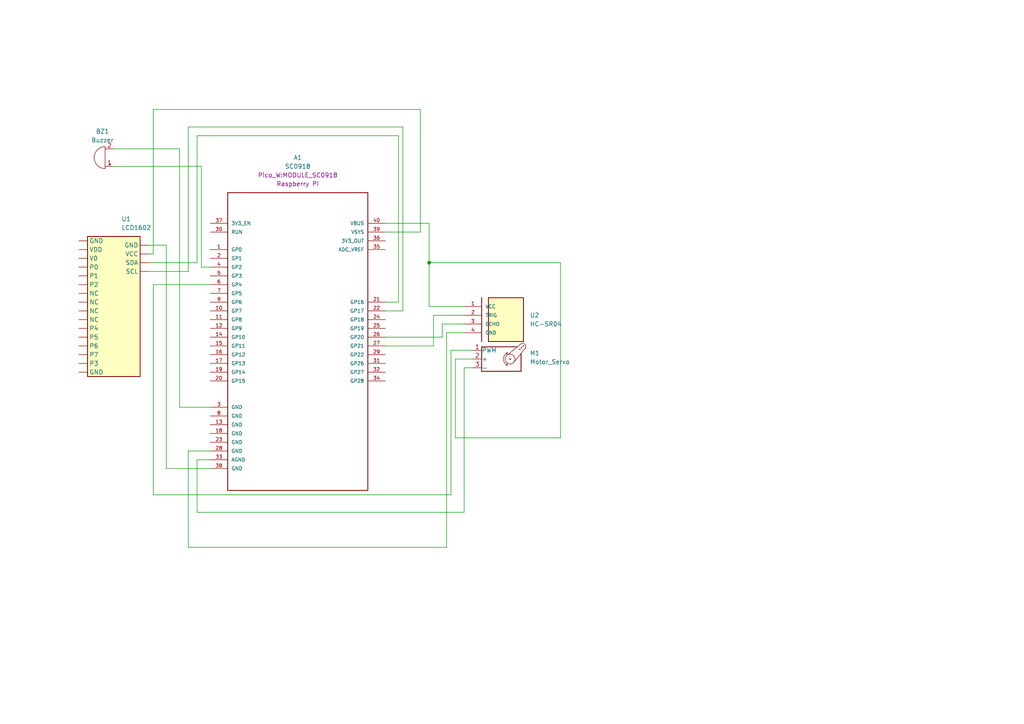
<source format=kicad_sch>
(kicad_sch
	(version 20231120)
	(generator "eeschema")
	(generator_version "8.0")
	(uuid "d01bee9a-d643-4523-a68e-b5b79f004bd3")
	(paper "A4")
	(lib_symbols
		(symbol "Device:Buzzer"
			(pin_names
				(offset 0.0254) hide)
			(exclude_from_sim no)
			(in_bom yes)
			(on_board yes)
			(property "Reference" "BZ"
				(at 3.81 1.27 0)
				(effects
					(font
						(size 1.27 1.27)
					)
					(justify left)
				)
			)
			(property "Value" "Buzzer"
				(at 3.81 -1.27 0)
				(effects
					(font
						(size 1.27 1.27)
					)
					(justify left)
				)
			)
			(property "Footprint" ""
				(at -0.635 2.54 90)
				(effects
					(font
						(size 1.27 1.27)
					)
					(hide yes)
				)
			)
			(property "Datasheet" "~"
				(at -0.635 2.54 90)
				(effects
					(font
						(size 1.27 1.27)
					)
					(hide yes)
				)
			)
			(property "Description" "Buzzer, polarized"
				(at 0 0 0)
				(effects
					(font
						(size 1.27 1.27)
					)
					(hide yes)
				)
			)
			(property "ki_keywords" "quartz resonator ceramic"
				(at 0 0 0)
				(effects
					(font
						(size 1.27 1.27)
					)
					(hide yes)
				)
			)
			(property "ki_fp_filters" "*Buzzer*"
				(at 0 0 0)
				(effects
					(font
						(size 1.27 1.27)
					)
					(hide yes)
				)
			)
			(symbol "Buzzer_0_1"
				(arc
					(start 0 -3.175)
					(mid 3.1612 0)
					(end 0 3.175)
					(stroke
						(width 0)
						(type default)
					)
					(fill
						(type none)
					)
				)
				(polyline
					(pts
						(xy -1.651 1.905) (xy -1.143 1.905)
					)
					(stroke
						(width 0)
						(type default)
					)
					(fill
						(type none)
					)
				)
				(polyline
					(pts
						(xy -1.397 2.159) (xy -1.397 1.651)
					)
					(stroke
						(width 0)
						(type default)
					)
					(fill
						(type none)
					)
				)
				(polyline
					(pts
						(xy 0 3.175) (xy 0 -3.175)
					)
					(stroke
						(width 0)
						(type default)
					)
					(fill
						(type none)
					)
				)
			)
			(symbol "Buzzer_1_1"
				(pin passive line
					(at -2.54 2.54 0)
					(length 2.54)
					(name "+"
						(effects
							(font
								(size 1.27 1.27)
							)
						)
					)
					(number "1"
						(effects
							(font
								(size 1.27 1.27)
							)
						)
					)
				)
				(pin passive line
					(at -2.54 -2.54 0)
					(length 2.54)
					(name "-"
						(effects
							(font
								(size 1.27 1.27)
							)
						)
					)
					(number "2"
						(effects
							(font
								(size 1.27 1.27)
							)
						)
					)
				)
			)
		)
		(symbol "Display_Character:LCD-016N002L"
			(exclude_from_sim no)
			(in_bom yes)
			(on_board yes)
			(property "Reference" "U1"
				(at 2.1941 22.86 0)
				(effects
					(font
						(size 1.27 1.27)
					)
					(justify left)
				)
			)
			(property "Value" "LCD1602"
				(at 2.1941 20.32 0)
				(effects
					(font
						(size 1.27 1.27)
					)
					(justify left)
				)
			)
			(property "Footprint" ""
				(at 0.508 -23.368 0)
				(effects
					(font
						(size 1.27 1.27)
					)
					(hide yes)
				)
			)
			(property "Datasheet" ""
				(at 12.7 -7.62 0)
				(effects
					(font
						(size 1.27 1.27)
					)
					(hide yes)
				)
			)
			(property "Description" ""
				(at 0 0 0)
				(effects
					(font
						(size 1.27 1.27)
					)
					(hide yes)
				)
			)
			(property "ki_keywords" "display LCD dot-matrix"
				(at 0 0 0)
				(effects
					(font
						(size 1.27 1.27)
					)
					(hide yes)
				)
			)
			(property "ki_fp_filters" "*LCD*016N002L*"
				(at 0 0 0)
				(effects
					(font
						(size 1.27 1.27)
					)
					(hide yes)
				)
			)
			(symbol "LCD-016N002L_1_1"
				(rectangle
					(start -7.62 17.78)
					(end 7.62 -22.86)
					(stroke
						(width 0.254)
						(type default)
					)
					(fill
						(type background)
					)
				)
				(pin input line
					(at -10.16 -21.59 0)
					(length 2.54)
					(name "GND"
						(effects
							(font
								(size 1.27 1.27)
							)
						)
					)
					(number ""
						(effects
							(font
								(size 1.27 1.27)
							)
						)
					)
				)
				(pin input line
					(at -10.16 16.51 0)
					(length 2.54)
					(name "GND"
						(effects
							(font
								(size 1.27 1.27)
							)
						)
					)
					(number ""
						(effects
							(font
								(size 1.27 1.27)
							)
						)
					)
				)
				(pin input line
					(at 10.16 15.24 180)
					(length 2.54)
					(name "GND"
						(effects
							(font
								(size 1.27 1.27)
							)
						)
					)
					(number ""
						(effects
							(font
								(size 1.27 1.27)
							)
						)
					)
				)
				(pin input line
					(at -10.16 -6.35 0)
					(length 2.54)
					(name "NC"
						(effects
							(font
								(size 1.27 1.27)
							)
						)
					)
					(number ""
						(effects
							(font
								(size 1.27 1.27)
							)
						)
					)
				)
				(pin input line
					(at -10.16 -3.81 0)
					(length 2.54)
					(name "NC"
						(effects
							(font
								(size 1.27 1.27)
							)
						)
					)
					(number ""
						(effects
							(font
								(size 1.27 1.27)
							)
						)
					)
				)
				(pin input line
					(at -10.16 -1.27 0)
					(length 2.54)
					(name "NC"
						(effects
							(font
								(size 1.27 1.27)
							)
						)
					)
					(number ""
						(effects
							(font
								(size 1.27 1.27)
							)
						)
					)
				)
				(pin input line
					(at -10.16 1.27 0)
					(length 2.54)
					(name "NC"
						(effects
							(font
								(size 1.27 1.27)
							)
						)
					)
					(number ""
						(effects
							(font
								(size 1.27 1.27)
							)
						)
					)
				)
				(pin input line
					(at -10.16 8.89 0)
					(length 2.54)
					(name "P0"
						(effects
							(font
								(size 1.27 1.27)
							)
						)
					)
					(number ""
						(effects
							(font
								(size 1.27 1.27)
							)
						)
					)
				)
				(pin input line
					(at -10.16 6.35 0)
					(length 2.54)
					(name "P1"
						(effects
							(font
								(size 1.27 1.27)
							)
						)
					)
					(number ""
						(effects
							(font
								(size 1.27 1.27)
							)
						)
					)
				)
				(pin input line
					(at -10.16 3.81 0)
					(length 2.54)
					(name "P2"
						(effects
							(font
								(size 1.27 1.27)
							)
						)
					)
					(number ""
						(effects
							(font
								(size 1.27 1.27)
							)
						)
					)
				)
				(pin input line
					(at -10.16 -19.05 0)
					(length 2.54)
					(name "P3"
						(effects
							(font
								(size 1.27 1.27)
							)
						)
					)
					(number ""
						(effects
							(font
								(size 1.27 1.27)
							)
						)
					)
				)
				(pin input line
					(at -10.16 -8.89 0)
					(length 2.54)
					(name "P4"
						(effects
							(font
								(size 1.27 1.27)
							)
						)
					)
					(number ""
						(effects
							(font
								(size 1.27 1.27)
							)
						)
					)
				)
				(pin input line
					(at -10.16 -11.43 0)
					(length 2.54)
					(name "P5"
						(effects
							(font
								(size 1.27 1.27)
							)
						)
					)
					(number ""
						(effects
							(font
								(size 1.27 1.27)
							)
						)
					)
				)
				(pin input line
					(at -10.16 -13.97 0)
					(length 2.54)
					(name "P6"
						(effects
							(font
								(size 1.27 1.27)
							)
						)
					)
					(number ""
						(effects
							(font
								(size 1.27 1.27)
							)
						)
					)
				)
				(pin input line
					(at -10.16 -16.51 0)
					(length 2.54)
					(name "P7"
						(effects
							(font
								(size 1.27 1.27)
							)
						)
					)
					(number ""
						(effects
							(font
								(size 1.27 1.27)
							)
						)
					)
				)
				(pin input line
					(at 10.16 7.62 180)
					(length 2.54)
					(name "SCL"
						(effects
							(font
								(size 1.27 1.27)
							)
						)
					)
					(number ""
						(effects
							(font
								(size 1.27 1.27)
							)
						)
					)
				)
				(pin input line
					(at 10.16 10.16 180)
					(length 2.54)
					(name "SDA"
						(effects
							(font
								(size 1.27 1.27)
							)
						)
					)
					(number ""
						(effects
							(font
								(size 1.27 1.27)
							)
						)
					)
				)
				(pin input line
					(at -10.16 11.43 0)
					(length 2.54)
					(name "V0"
						(effects
							(font
								(size 1.27 1.27)
							)
						)
					)
					(number ""
						(effects
							(font
								(size 1.27 1.27)
							)
						)
					)
				)
				(pin input line
					(at 10.16 12.7 180)
					(length 2.54)
					(name "VCC"
						(effects
							(font
								(size 1.27 1.27)
							)
						)
					)
					(number ""
						(effects
							(font
								(size 1.27 1.27)
							)
						)
					)
				)
				(pin input line
					(at -10.16 13.97 0)
					(length 2.54)
					(name "VDD"
						(effects
							(font
								(size 1.27 1.27)
							)
						)
					)
					(number ""
						(effects
							(font
								(size 1.27 1.27)
							)
						)
					)
				)
			)
		)
		(symbol "HC-SR04:HC-SR04"
			(pin_names
				(offset 1.016)
			)
			(exclude_from_sim no)
			(in_bom yes)
			(on_board yes)
			(property "Reference" "U"
				(at 0 5.08 0)
				(effects
					(font
						(size 1.27 1.27)
					)
					(justify left bottom)
				)
			)
			(property "Value" "HC-SR04"
				(at 0 -10.16 0)
				(effects
					(font
						(size 1.27 1.27)
					)
					(justify left bottom)
				)
			)
			(property "Footprint" "XCVR_HC-SR04"
				(at 0 0 0)
				(effects
					(font
						(size 1.27 1.27)
					)
					(justify left bottom)
					(hide yes)
				)
			)
			(property "Datasheet" ""
				(at 0 0 0)
				(effects
					(font
						(size 1.27 1.27)
					)
					(justify left bottom)
					(hide yes)
				)
			)
			(property "Description" "\\nHC-SR04 Ultrasonic Sensor Qwiic Platform Evaluation Expansion Board\\n"
				(at 0 0 0)
				(effects
					(font
						(size 1.27 1.27)
					)
					(justify left bottom)
					(hide yes)
				)
			)
			(property "Package" "None"
				(at 0 0 0)
				(effects
					(font
						(size 1.27 1.27)
					)
					(justify left bottom)
					(hide yes)
				)
			)
			(property "Price" "None"
				(at 0 0 0)
				(effects
					(font
						(size 1.27 1.27)
					)
					(justify left bottom)
					(hide yes)
				)
			)
			(property "Check_prices" "https://www.snapeda.com/parts/HC-SR04/SparkFun+Electronics/view-part/?ref=eda"
				(at 0 0 0)
				(effects
					(font
						(size 1.27 1.27)
					)
					(justify left bottom)
					(hide yes)
				)
			)
			(property "SnapEDA_Link" "https://www.snapeda.com/parts/HC-SR04/SparkFun+Electronics/view-part/?ref=snap"
				(at 0 0 0)
				(effects
					(font
						(size 1.27 1.27)
					)
					(justify left bottom)
					(hide yes)
				)
			)
			(property "MP" "HC-SR04"
				(at 0 0 0)
				(effects
					(font
						(size 1.27 1.27)
					)
					(justify left bottom)
					(hide yes)
				)
			)
			(property "Availability" "Not in stock"
				(at 0 0 0)
				(effects
					(font
						(size 1.27 1.27)
					)
					(justify left bottom)
					(hide yes)
				)
			)
			(property "MANUFACTURER" "Osepp"
				(at 0 0 0)
				(effects
					(font
						(size 1.27 1.27)
					)
					(justify left bottom)
					(hide yes)
				)
			)
			(property "ki_locked" ""
				(at 0 0 0)
				(effects
					(font
						(size 1.27 1.27)
					)
				)
			)
			(symbol "HC-SR04_0_0"
				(polyline
					(pts
						(xy 0 5.08) (xy 0 -7.62)
					)
					(stroke
						(width 0.254)
						(type solid)
					)
					(fill
						(type none)
					)
				)
				(rectangle
					(start 1.9558 -7.62)
					(end 12.1158 5.08)
					(stroke
						(width 0.254)
						(type solid)
					)
					(fill
						(type background)
					)
				)
				(pin power_in line
					(at -5.08 2.54 0)
					(length 5.08)
					(name "VCC"
						(effects
							(font
								(size 1.016 1.016)
							)
						)
					)
					(number "1"
						(effects
							(font
								(size 1.016 1.016)
							)
						)
					)
				)
				(pin bidirectional line
					(at -5.08 0 0)
					(length 5.08)
					(name "TRIG"
						(effects
							(font
								(size 1.016 1.016)
							)
						)
					)
					(number "2"
						(effects
							(font
								(size 1.016 1.016)
							)
						)
					)
				)
				(pin bidirectional line
					(at -5.08 -2.54 0)
					(length 5.08)
					(name "ECHO"
						(effects
							(font
								(size 1.016 1.016)
							)
						)
					)
					(number "3"
						(effects
							(font
								(size 1.016 1.016)
							)
						)
					)
				)
				(pin power_in line
					(at -5.08 -5.08 0)
					(length 5.08)
					(name "GND"
						(effects
							(font
								(size 1.016 1.016)
							)
						)
					)
					(number "4"
						(effects
							(font
								(size 1.016 1.016)
							)
						)
					)
				)
			)
		)
		(symbol "Motor:Motor_Servo"
			(pin_names
				(offset 0.0254)
			)
			(exclude_from_sim no)
			(in_bom yes)
			(on_board yes)
			(property "Reference" "M"
				(at -5.08 4.445 0)
				(effects
					(font
						(size 1.27 1.27)
					)
					(justify left)
				)
			)
			(property "Value" "Motor_Servo"
				(at -5.08 -4.064 0)
				(effects
					(font
						(size 1.27 1.27)
					)
					(justify left top)
				)
			)
			(property "Footprint" ""
				(at 0 -4.826 0)
				(effects
					(font
						(size 1.27 1.27)
					)
					(hide yes)
				)
			)
			(property "Datasheet" "http://forums.parallax.com/uploads/attachments/46831/74481.png"
				(at 0 -4.826 0)
				(effects
					(font
						(size 1.27 1.27)
					)
					(hide yes)
				)
			)
			(property "Description" "Servo Motor (Futaba, HiTec, JR connector)"
				(at 0 0 0)
				(effects
					(font
						(size 1.27 1.27)
					)
					(hide yes)
				)
			)
			(property "ki_keywords" "Servo Motor"
				(at 0 0 0)
				(effects
					(font
						(size 1.27 1.27)
					)
					(hide yes)
				)
			)
			(property "ki_fp_filters" "PinHeader*P2.54mm*"
				(at 0 0 0)
				(effects
					(font
						(size 1.27 1.27)
					)
					(hide yes)
				)
			)
			(symbol "Motor_Servo_0_1"
				(polyline
					(pts
						(xy 2.413 -1.778) (xy 2.032 -1.778)
					)
					(stroke
						(width 0)
						(type default)
					)
					(fill
						(type none)
					)
				)
				(polyline
					(pts
						(xy 2.413 -1.778) (xy 2.286 -1.397)
					)
					(stroke
						(width 0)
						(type default)
					)
					(fill
						(type none)
					)
				)
				(polyline
					(pts
						(xy 2.413 1.778) (xy 1.905 1.778)
					)
					(stroke
						(width 0)
						(type default)
					)
					(fill
						(type none)
					)
				)
				(polyline
					(pts
						(xy 2.413 1.778) (xy 2.286 1.397)
					)
					(stroke
						(width 0)
						(type default)
					)
					(fill
						(type none)
					)
				)
				(polyline
					(pts
						(xy 6.35 4.445) (xy 2.54 1.27)
					)
					(stroke
						(width 0)
						(type default)
					)
					(fill
						(type none)
					)
				)
				(polyline
					(pts
						(xy 7.62 3.175) (xy 4.191 -1.016)
					)
					(stroke
						(width 0)
						(type default)
					)
					(fill
						(type none)
					)
				)
				(polyline
					(pts
						(xy 5.08 3.556) (xy -5.08 3.556) (xy -5.08 -3.556) (xy 6.35 -3.556) (xy 6.35 1.524)
					)
					(stroke
						(width 0.254)
						(type default)
					)
					(fill
						(type none)
					)
				)
				(arc
					(start 2.413 1.778)
					(mid 1.2406 0)
					(end 2.413 -1.778)
					(stroke
						(width 0)
						(type default)
					)
					(fill
						(type none)
					)
				)
				(circle
					(center 3.175 0)
					(radius 0.1778)
					(stroke
						(width 0)
						(type default)
					)
					(fill
						(type none)
					)
				)
				(circle
					(center 3.175 0)
					(radius 1.4224)
					(stroke
						(width 0)
						(type default)
					)
					(fill
						(type none)
					)
				)
				(circle
					(center 5.969 2.794)
					(radius 0.127)
					(stroke
						(width 0)
						(type default)
					)
					(fill
						(type none)
					)
				)
				(circle
					(center 6.477 3.302)
					(radius 0.127)
					(stroke
						(width 0)
						(type default)
					)
					(fill
						(type none)
					)
				)
				(circle
					(center 6.985 3.81)
					(radius 0.127)
					(stroke
						(width 0)
						(type default)
					)
					(fill
						(type none)
					)
				)
				(arc
					(start 7.62 3.175)
					(mid 7.4485 4.2735)
					(end 6.35 4.445)
					(stroke
						(width 0)
						(type default)
					)
					(fill
						(type none)
					)
				)
			)
			(symbol "Motor_Servo_1_1"
				(pin passive line
					(at -7.62 2.54 0)
					(length 2.54)
					(name "PWM"
						(effects
							(font
								(size 1.27 1.27)
							)
						)
					)
					(number "1"
						(effects
							(font
								(size 1.27 1.27)
							)
						)
					)
				)
				(pin passive line
					(at -7.62 0 0)
					(length 2.54)
					(name "+"
						(effects
							(font
								(size 1.27 1.27)
							)
						)
					)
					(number "2"
						(effects
							(font
								(size 1.27 1.27)
							)
						)
					)
				)
				(pin passive line
					(at -7.62 -2.54 0)
					(length 2.54)
					(name "-"
						(effects
							(font
								(size 1.27 1.27)
							)
						)
					)
					(number "3"
						(effects
							(font
								(size 1.27 1.27)
							)
						)
					)
				)
			)
		)
		(symbol "Pico_W:SC0918"
			(pin_names
				(offset 1.016)
			)
			(exclude_from_sim no)
			(in_bom yes)
			(on_board yes)
			(property "Reference" "A1"
				(at 0 58.42 0)
				(effects
					(font
						(size 1.27 1.27)
					)
				)
			)
			(property "Value" "SC0918"
				(at 0 55.88 0)
				(effects
					(font
						(size 1.27 1.27)
					)
				)
			)
			(property "Footprint" "Pico_W:MODULE_SC0918"
				(at -12.7 -46.99 0)
				(effects
					(font
						(size 1.27 1.27)
					)
					(justify bottom)
				)
			)
			(property "Datasheet" "https://datasheets.raspberrypi.com/picow/pico-w-datasheet.pdf"
				(at -26.67 -49.53 0)
				(effects
					(font
						(size 1.27 1.27)
					)
					(justify left bottom)
					(hide yes)
				)
			)
			(property "Description" ""
				(at 0 0 0)
				(effects
					(font
						(size 1.27 1.27)
					)
					(hide yes)
				)
			)
			(property "manufacturer" "Raspberry Pi"
				(at 0 53.34 0)
				(effects
					(font
						(size 1.27 1.27)
					)
				)
			)
			(property "P/N" "SC0918"
				(at 0 50.8 0)
				(effects
					(font
						(size 1.27 1.27)
					)
					(hide yes)
				)
			)
			(property "PARTREV" "1.6"
				(at 0 48.26 0)
				(effects
					(font
						(size 1.27 1.27)
					)
					(hide yes)
				)
			)
			(property "MAXIMUM_PACKAGE_HEIGHT" "3.73mm"
				(at 0 45.72 0)
				(effects
					(font
						(size 1.27 1.27)
					)
					(hide yes)
				)
			)
			(symbol "SC0918_0_0"
				(rectangle
					(start -20.32 -43.18)
					(end 20.32 43.18)
					(stroke
						(width 0.254)
						(type default)
					)
					(fill
						(type none)
					)
				)
				(pin bidirectional line
					(at -25.4 26.67 0)
					(length 5.08)
					(name "GP0"
						(effects
							(font
								(size 1.016 1.016)
							)
						)
					)
					(number "1"
						(effects
							(font
								(size 1.016 1.016)
							)
						)
					)
				)
				(pin bidirectional line
					(at -25.4 8.89 0)
					(length 5.08)
					(name "GP7"
						(effects
							(font
								(size 1.016 1.016)
							)
						)
					)
					(number "10"
						(effects
							(font
								(size 1.016 1.016)
							)
						)
					)
				)
				(pin bidirectional line
					(at -25.4 6.35 0)
					(length 5.08)
					(name "GP8"
						(effects
							(font
								(size 1.016 1.016)
							)
						)
					)
					(number "11"
						(effects
							(font
								(size 1.016 1.016)
							)
						)
					)
				)
				(pin bidirectional line
					(at -25.4 3.81 0)
					(length 5.08)
					(name "GP9"
						(effects
							(font
								(size 1.016 1.016)
							)
						)
					)
					(number "12"
						(effects
							(font
								(size 1.016 1.016)
							)
						)
					)
				)
				(pin power_in line
					(at -25.4 -24.13 0)
					(length 5.08)
					(name "GND"
						(effects
							(font
								(size 1.016 1.016)
							)
						)
					)
					(number "13"
						(effects
							(font
								(size 1.016 1.016)
							)
						)
					)
				)
				(pin bidirectional line
					(at -25.4 1.27 0)
					(length 5.08)
					(name "GP10"
						(effects
							(font
								(size 1.016 1.016)
							)
						)
					)
					(number "14"
						(effects
							(font
								(size 1.016 1.016)
							)
						)
					)
				)
				(pin bidirectional line
					(at -25.4 -1.27 0)
					(length 5.08)
					(name "GP11"
						(effects
							(font
								(size 1.016 1.016)
							)
						)
					)
					(number "15"
						(effects
							(font
								(size 1.016 1.016)
							)
						)
					)
				)
				(pin bidirectional line
					(at -25.4 -3.81 0)
					(length 5.08)
					(name "GP12"
						(effects
							(font
								(size 1.016 1.016)
							)
						)
					)
					(number "16"
						(effects
							(font
								(size 1.016 1.016)
							)
						)
					)
				)
				(pin bidirectional line
					(at -25.4 -6.35 0)
					(length 5.08)
					(name "GP13"
						(effects
							(font
								(size 1.016 1.016)
							)
						)
					)
					(number "17"
						(effects
							(font
								(size 1.016 1.016)
							)
						)
					)
				)
				(pin power_in line
					(at -25.4 -26.67 0)
					(length 5.08)
					(name "GND"
						(effects
							(font
								(size 1.016 1.016)
							)
						)
					)
					(number "18"
						(effects
							(font
								(size 1.016 1.016)
							)
						)
					)
				)
				(pin bidirectional line
					(at -25.4 -8.89 0)
					(length 5.08)
					(name "GP14"
						(effects
							(font
								(size 1.016 1.016)
							)
						)
					)
					(number "19"
						(effects
							(font
								(size 1.016 1.016)
							)
						)
					)
				)
				(pin bidirectional line
					(at -25.4 24.13 0)
					(length 5.08)
					(name "GP1"
						(effects
							(font
								(size 1.016 1.016)
							)
						)
					)
					(number "2"
						(effects
							(font
								(size 1.016 1.016)
							)
						)
					)
				)
				(pin bidirectional line
					(at -25.4 -11.43 0)
					(length 5.08)
					(name "GP15"
						(effects
							(font
								(size 1.016 1.016)
							)
						)
					)
					(number "20"
						(effects
							(font
								(size 1.016 1.016)
							)
						)
					)
				)
				(pin bidirectional line
					(at 25.4 11.43 180)
					(length 5.08)
					(name "GP16"
						(effects
							(font
								(size 1.016 1.016)
							)
						)
					)
					(number "21"
						(effects
							(font
								(size 1.016 1.016)
							)
						)
					)
				)
				(pin bidirectional line
					(at 25.4 8.89 180)
					(length 5.08)
					(name "GP17"
						(effects
							(font
								(size 1.016 1.016)
							)
						)
					)
					(number "22"
						(effects
							(font
								(size 1.016 1.016)
							)
						)
					)
				)
				(pin power_in line
					(at -25.4 -29.21 0)
					(length 5.08)
					(name "GND"
						(effects
							(font
								(size 1.016 1.016)
							)
						)
					)
					(number "23"
						(effects
							(font
								(size 1.016 1.016)
							)
						)
					)
				)
				(pin bidirectional line
					(at 25.4 6.35 180)
					(length 5.08)
					(name "GP18"
						(effects
							(font
								(size 1.016 1.016)
							)
						)
					)
					(number "24"
						(effects
							(font
								(size 1.016 1.016)
							)
						)
					)
				)
				(pin bidirectional line
					(at 25.4 3.81 180)
					(length 5.08)
					(name "GP19"
						(effects
							(font
								(size 1.016 1.016)
							)
						)
					)
					(number "25"
						(effects
							(font
								(size 1.016 1.016)
							)
						)
					)
				)
				(pin bidirectional line
					(at 25.4 1.27 180)
					(length 5.08)
					(name "GP20"
						(effects
							(font
								(size 1.016 1.016)
							)
						)
					)
					(number "26"
						(effects
							(font
								(size 1.016 1.016)
							)
						)
					)
				)
				(pin bidirectional line
					(at 25.4 -1.27 180)
					(length 5.08)
					(name "GP21"
						(effects
							(font
								(size 1.016 1.016)
							)
						)
					)
					(number "27"
						(effects
							(font
								(size 1.016 1.016)
							)
						)
					)
				)
				(pin power_in line
					(at -25.4 -31.75 0)
					(length 5.08)
					(name "GND"
						(effects
							(font
								(size 1.016 1.016)
							)
						)
					)
					(number "28"
						(effects
							(font
								(size 1.016 1.016)
							)
						)
					)
				)
				(pin bidirectional line
					(at 25.4 -3.81 180)
					(length 5.08)
					(name "GP22"
						(effects
							(font
								(size 1.016 1.016)
							)
						)
					)
					(number "29"
						(effects
							(font
								(size 1.016 1.016)
							)
						)
					)
				)
				(pin power_in line
					(at -25.4 -19.05 0)
					(length 5.08)
					(name "GND"
						(effects
							(font
								(size 1.016 1.016)
							)
						)
					)
					(number "3"
						(effects
							(font
								(size 1.016 1.016)
							)
						)
					)
				)
				(pin input line
					(at -25.4 31.75 0)
					(length 5.08)
					(name "RUN"
						(effects
							(font
								(size 1.016 1.016)
							)
						)
					)
					(number "30"
						(effects
							(font
								(size 1.016 1.016)
							)
						)
					)
				)
				(pin bidirectional line
					(at 25.4 -6.35 180)
					(length 5.08)
					(name "GP26"
						(effects
							(font
								(size 1.016 1.016)
							)
						)
					)
					(number "31"
						(effects
							(font
								(size 1.016 1.016)
							)
						)
					)
				)
				(pin bidirectional line
					(at 25.4 -8.89 180)
					(length 5.08)
					(name "GP27"
						(effects
							(font
								(size 1.016 1.016)
							)
						)
					)
					(number "32"
						(effects
							(font
								(size 1.016 1.016)
							)
						)
					)
				)
				(pin power_in line
					(at -25.4 -34.29 0)
					(length 5.08)
					(name "AGND"
						(effects
							(font
								(size 1.016 1.016)
							)
						)
					)
					(number "33"
						(effects
							(font
								(size 1.016 1.016)
							)
						)
					)
				)
				(pin bidirectional line
					(at 25.4 -11.43 180)
					(length 5.08)
					(name "GP28"
						(effects
							(font
								(size 1.016 1.016)
							)
						)
					)
					(number "34"
						(effects
							(font
								(size 1.016 1.016)
							)
						)
					)
				)
				(pin power_in line
					(at 25.4 26.67 180)
					(length 5.08)
					(name "ADC_VREF"
						(effects
							(font
								(size 1.016 1.016)
							)
						)
					)
					(number "35"
						(effects
							(font
								(size 1.016 1.016)
							)
						)
					)
				)
				(pin power_in line
					(at 25.4 29.21 180)
					(length 5.08)
					(name "3V3_OUT"
						(effects
							(font
								(size 1.016 1.016)
							)
						)
					)
					(number "36"
						(effects
							(font
								(size 1.016 1.016)
							)
						)
					)
				)
				(pin input line
					(at -25.4 34.29 0)
					(length 5.08)
					(name "3V3_EN"
						(effects
							(font
								(size 1.016 1.016)
							)
						)
					)
					(number "37"
						(effects
							(font
								(size 1.016 1.016)
							)
						)
					)
				)
				(pin power_in line
					(at -25.4 -36.83 0)
					(length 5.08)
					(name "GND"
						(effects
							(font
								(size 1.016 1.016)
							)
						)
					)
					(number "38"
						(effects
							(font
								(size 1.016 1.016)
							)
						)
					)
				)
				(pin free line
					(at 25.4 31.75 180)
					(length 5.08)
					(name "VSYS"
						(effects
							(font
								(size 1.016 1.016)
							)
						)
					)
					(number "39"
						(effects
							(font
								(size 1.016 1.016)
							)
						)
					)
				)
				(pin bidirectional line
					(at -25.4 21.59 0)
					(length 5.08)
					(name "GP2"
						(effects
							(font
								(size 1.016 1.016)
							)
						)
					)
					(number "4"
						(effects
							(font
								(size 1.016 1.016)
							)
						)
					)
				)
				(pin free line
					(at 25.4 34.29 180)
					(length 5.08)
					(name "VBUS"
						(effects
							(font
								(size 1.016 1.016)
							)
						)
					)
					(number "40"
						(effects
							(font
								(size 1.016 1.016)
							)
						)
					)
				)
				(pin bidirectional line
					(at -25.4 19.05 0)
					(length 5.08)
					(name "GP3"
						(effects
							(font
								(size 1.016 1.016)
							)
						)
					)
					(number "5"
						(effects
							(font
								(size 1.016 1.016)
							)
						)
					)
				)
				(pin bidirectional line
					(at -25.4 16.51 0)
					(length 5.08)
					(name "GP4"
						(effects
							(font
								(size 1.016 1.016)
							)
						)
					)
					(number "6"
						(effects
							(font
								(size 1.016 1.016)
							)
						)
					)
				)
				(pin bidirectional line
					(at -25.4 13.97 0)
					(length 5.08)
					(name "GP5"
						(effects
							(font
								(size 1.016 1.016)
							)
						)
					)
					(number "7"
						(effects
							(font
								(size 1.016 1.016)
							)
						)
					)
				)
				(pin power_in line
					(at -25.4 -21.59 0)
					(length 5.08)
					(name "GND"
						(effects
							(font
								(size 1.016 1.016)
							)
						)
					)
					(number "8"
						(effects
							(font
								(size 1.016 1.016)
							)
						)
					)
				)
				(pin bidirectional line
					(at -25.4 11.43 0)
					(length 5.08)
					(name "GP6"
						(effects
							(font
								(size 1.016 1.016)
							)
						)
					)
					(number "9"
						(effects
							(font
								(size 1.016 1.016)
							)
						)
					)
				)
			)
		)
	)
	(junction
		(at 124.46 76.2)
		(diameter 0)
		(color 0 0 0 0)
		(uuid "2283ace4-ba35-45c5-83a3-300ff41c680d")
	)
	(wire
		(pts
			(xy 57.15 148.59) (xy 57.15 133.35)
		)
		(stroke
			(width 0)
			(type default)
		)
		(uuid "053b6a66-7962-42eb-b8bb-cedf698db641")
	)
	(wire
		(pts
			(xy 44.45 31.75) (xy 44.45 73.66)
		)
		(stroke
			(width 0)
			(type default)
		)
		(uuid "0626b217-7054-41d4-8293-040f987df251")
	)
	(wire
		(pts
			(xy 116.84 36.83) (xy 116.84 90.17)
		)
		(stroke
			(width 0)
			(type default)
		)
		(uuid "081c6498-57f7-4d2f-aab0-4af0df37bc40")
	)
	(wire
		(pts
			(xy 134.62 91.44) (xy 125.73 91.44)
		)
		(stroke
			(width 0)
			(type default)
		)
		(uuid "08f39e57-07f3-4a17-b6a6-b5f7d27c7272")
	)
	(wire
		(pts
			(xy 60.96 82.55) (xy 44.45 82.55)
		)
		(stroke
			(width 0)
			(type default)
		)
		(uuid "17ccf9ca-f044-467a-9266-bc2410d528eb")
	)
	(wire
		(pts
			(xy 44.45 82.55) (xy 44.45 143.51)
		)
		(stroke
			(width 0)
			(type default)
		)
		(uuid "18bbf94c-d9af-4c1d-9f1e-6825abf749cc")
	)
	(wire
		(pts
			(xy 58.42 77.47) (xy 60.96 77.47)
		)
		(stroke
			(width 0)
			(type default)
		)
		(uuid "21bcc79e-7750-45d0-a4e2-4ddc780de099")
	)
	(wire
		(pts
			(xy 115.57 39.37) (xy 115.57 87.63)
		)
		(stroke
			(width 0)
			(type default)
		)
		(uuid "23b0b86f-42d5-474c-ba5e-5b6d2b144704")
	)
	(wire
		(pts
			(xy 52.07 118.11) (xy 60.96 118.11)
		)
		(stroke
			(width 0)
			(type default)
		)
		(uuid "2fd87e86-1166-4712-a604-fa811aaa9d2a")
	)
	(wire
		(pts
			(xy 43.18 76.2) (xy 57.15 76.2)
		)
		(stroke
			(width 0)
			(type default)
		)
		(uuid "30e6cfe9-3fe3-4650-8773-8c17ef07a969")
	)
	(wire
		(pts
			(xy 162.56 127) (xy 162.56 76.2)
		)
		(stroke
			(width 0)
			(type default)
		)
		(uuid "330a9434-435c-4871-96a0-21d776286d15")
	)
	(wire
		(pts
			(xy 130.81 143.51) (xy 130.81 101.6)
		)
		(stroke
			(width 0)
			(type default)
		)
		(uuid "34cb90f6-cafa-4d52-9e5a-189c3d162ad8")
	)
	(wire
		(pts
			(xy 33.02 48.26) (xy 58.42 48.26)
		)
		(stroke
			(width 0)
			(type default)
		)
		(uuid "35ab3fc0-44ee-41ca-ab5a-d43c66d9a1ea")
	)
	(wire
		(pts
			(xy 58.42 48.26) (xy 58.42 77.47)
		)
		(stroke
			(width 0)
			(type default)
		)
		(uuid "391dd08b-ab5e-4888-a227-eea3499df568")
	)
	(wire
		(pts
			(xy 33.02 43.18) (xy 52.07 43.18)
		)
		(stroke
			(width 0)
			(type default)
		)
		(uuid "3c2abd46-9de4-4fe7-819f-19e50f21afad")
	)
	(wire
		(pts
			(xy 137.16 104.14) (xy 132.08 104.14)
		)
		(stroke
			(width 0)
			(type default)
		)
		(uuid "3cc608b7-f23f-4457-a6b9-0ea16af813d6")
	)
	(wire
		(pts
			(xy 162.56 76.2) (xy 124.46 76.2)
		)
		(stroke
			(width 0)
			(type default)
		)
		(uuid "5074acb9-86c1-476a-9bde-1d95c5e6e658")
	)
	(wire
		(pts
			(xy 132.08 127) (xy 162.56 127)
		)
		(stroke
			(width 0)
			(type default)
		)
		(uuid "519b6674-1f04-4651-8371-f2e452557cc9")
	)
	(wire
		(pts
			(xy 132.08 104.14) (xy 132.08 127)
		)
		(stroke
			(width 0)
			(type default)
		)
		(uuid "5609c9e0-9fbd-4e05-9f82-fc3f82164b84")
	)
	(wire
		(pts
			(xy 134.62 148.59) (xy 57.15 148.59)
		)
		(stroke
			(width 0)
			(type default)
		)
		(uuid "5f3994bd-5a23-478b-af9e-75060b3d32b9")
	)
	(wire
		(pts
			(xy 115.57 87.63) (xy 111.76 87.63)
		)
		(stroke
			(width 0)
			(type default)
		)
		(uuid "65dd32b0-54c1-4ff2-9022-00a7ec2b64d4")
	)
	(wire
		(pts
			(xy 44.45 31.75) (xy 121.92 31.75)
		)
		(stroke
			(width 0)
			(type default)
		)
		(uuid "66a36ab8-7222-41b5-a52b-fcfb96da633a")
	)
	(wire
		(pts
			(xy 43.18 71.12) (xy 48.26 71.12)
		)
		(stroke
			(width 0)
			(type default)
		)
		(uuid "676598a2-a98f-449b-8fa8-484344cbcbb2")
	)
	(wire
		(pts
			(xy 48.26 71.12) (xy 48.26 135.89)
		)
		(stroke
			(width 0)
			(type default)
		)
		(uuid "697b4667-a2b8-477a-852c-6c9eb5ed71cc")
	)
	(wire
		(pts
			(xy 54.61 36.83) (xy 116.84 36.83)
		)
		(stroke
			(width 0)
			(type default)
		)
		(uuid "721dea4d-3050-4259-bd01-2c542edd8729")
	)
	(wire
		(pts
			(xy 54.61 158.75) (xy 54.61 130.81)
		)
		(stroke
			(width 0)
			(type default)
		)
		(uuid "8371bd1b-e440-40db-acf8-84f000c8c4c1")
	)
	(wire
		(pts
			(xy 128.27 93.98) (xy 128.27 97.79)
		)
		(stroke
			(width 0)
			(type default)
		)
		(uuid "87d04812-d3d0-4dec-87bc-d5bf9dafdce2")
	)
	(wire
		(pts
			(xy 57.15 39.37) (xy 115.57 39.37)
		)
		(stroke
			(width 0)
			(type default)
		)
		(uuid "90097ac3-0564-4f96-ae54-ce1f12d39d43")
	)
	(wire
		(pts
			(xy 125.73 100.33) (xy 111.76 100.33)
		)
		(stroke
			(width 0)
			(type default)
		)
		(uuid "92fad2f1-7825-4741-9c28-ab86b6066f00")
	)
	(wire
		(pts
			(xy 134.62 93.98) (xy 128.27 93.98)
		)
		(stroke
			(width 0)
			(type default)
		)
		(uuid "93476585-fb78-4669-8474-9b5436f13e50")
	)
	(wire
		(pts
			(xy 116.84 90.17) (xy 111.76 90.17)
		)
		(stroke
			(width 0)
			(type default)
		)
		(uuid "9580f52c-fb79-4e2e-bb12-9fc703e9ee7d")
	)
	(wire
		(pts
			(xy 129.54 96.52) (xy 129.54 158.75)
		)
		(stroke
			(width 0)
			(type default)
		)
		(uuid "99449949-fa25-4dbd-8389-3de440944b0f")
	)
	(wire
		(pts
			(xy 48.26 135.89) (xy 60.96 135.89)
		)
		(stroke
			(width 0)
			(type default)
		)
		(uuid "b2791f6a-aea9-48ce-88cb-bb1f20e99b1f")
	)
	(wire
		(pts
			(xy 43.18 78.74) (xy 54.61 78.74)
		)
		(stroke
			(width 0)
			(type default)
		)
		(uuid "b2cb7677-05e6-4443-9ea6-68ce32b9950b")
	)
	(wire
		(pts
			(xy 54.61 78.74) (xy 54.61 36.83)
		)
		(stroke
			(width 0)
			(type default)
		)
		(uuid "b76ffd4b-d202-4501-9675-2034e17f9018")
	)
	(wire
		(pts
			(xy 130.81 101.6) (xy 137.16 101.6)
		)
		(stroke
			(width 0)
			(type default)
		)
		(uuid "b7a42396-9af3-4057-a352-732ae2b32b83")
	)
	(wire
		(pts
			(xy 44.45 73.66) (xy 43.18 73.66)
		)
		(stroke
			(width 0)
			(type default)
		)
		(uuid "bd77de74-9405-46e6-991a-a4e9f5a9ead1")
	)
	(wire
		(pts
			(xy 134.62 106.68) (xy 137.16 106.68)
		)
		(stroke
			(width 0)
			(type default)
		)
		(uuid "ca4d383b-6f80-46d0-9d0e-8307ec5e31dc")
	)
	(wire
		(pts
			(xy 124.46 88.9) (xy 124.46 76.2)
		)
		(stroke
			(width 0)
			(type default)
		)
		(uuid "d2351304-3b4d-4364-99ab-e7af55365abe")
	)
	(wire
		(pts
			(xy 57.15 133.35) (xy 60.96 133.35)
		)
		(stroke
			(width 0)
			(type default)
		)
		(uuid "d529ffa0-1cad-41a6-b0b4-1f6a5bdccf84")
	)
	(wire
		(pts
			(xy 121.92 67.31) (xy 111.76 67.31)
		)
		(stroke
			(width 0)
			(type default)
		)
		(uuid "d59b5616-f330-414b-a14f-9ded5324ea35")
	)
	(wire
		(pts
			(xy 124.46 64.77) (xy 111.76 64.77)
		)
		(stroke
			(width 0)
			(type default)
		)
		(uuid "d87586e5-350a-4873-a399-5cfb4168d27c")
	)
	(wire
		(pts
			(xy 121.92 31.75) (xy 121.92 67.31)
		)
		(stroke
			(width 0)
			(type default)
		)
		(uuid "da745907-d9ee-4a63-9443-c1984a2b1550")
	)
	(wire
		(pts
			(xy 54.61 130.81) (xy 60.96 130.81)
		)
		(stroke
			(width 0)
			(type default)
		)
		(uuid "df13c1cd-f73b-4e9e-b2fd-5749d5bd116c")
	)
	(wire
		(pts
			(xy 128.27 97.79) (xy 111.76 97.79)
		)
		(stroke
			(width 0)
			(type default)
		)
		(uuid "df2068d8-629e-487a-8513-5685666e532e")
	)
	(wire
		(pts
			(xy 44.45 143.51) (xy 130.81 143.51)
		)
		(stroke
			(width 0)
			(type default)
		)
		(uuid "e5dbac85-650e-4ecb-89cb-bfdb2a116a3f")
	)
	(wire
		(pts
			(xy 125.73 91.44) (xy 125.73 100.33)
		)
		(stroke
			(width 0)
			(type default)
		)
		(uuid "ed8c2730-29e3-438c-bbcf-5a33f4cf97b4")
	)
	(wire
		(pts
			(xy 129.54 158.75) (xy 54.61 158.75)
		)
		(stroke
			(width 0)
			(type default)
		)
		(uuid "ee568492-d0b5-441a-a2bc-c625321916a9")
	)
	(wire
		(pts
			(xy 134.62 88.9) (xy 124.46 88.9)
		)
		(stroke
			(width 0)
			(type default)
		)
		(uuid "efff7a77-e233-4a7b-97d2-8669baa77e42")
	)
	(wire
		(pts
			(xy 134.62 106.68) (xy 134.62 148.59)
		)
		(stroke
			(width 0)
			(type default)
		)
		(uuid "f2397239-51fc-4e55-acc5-110fa7f13b7d")
	)
	(wire
		(pts
			(xy 129.54 96.52) (xy 134.62 96.52)
		)
		(stroke
			(width 0)
			(type default)
		)
		(uuid "fb3e8a51-8860-453b-8dd9-21656dcb3f0f")
	)
	(wire
		(pts
			(xy 52.07 43.18) (xy 52.07 118.11)
		)
		(stroke
			(width 0)
			(type default)
		)
		(uuid "fbde5bf5-7d7c-40da-aa01-9ade57bb02d2")
	)
	(wire
		(pts
			(xy 57.15 76.2) (xy 57.15 39.37)
		)
		(stroke
			(width 0)
			(type default)
		)
		(uuid "fc844bd8-fa83-4631-a7f6-a70329604cf9")
	)
	(wire
		(pts
			(xy 124.46 76.2) (xy 124.46 64.77)
		)
		(stroke
			(width 0)
			(type default)
		)
		(uuid "fd80281b-4c98-46c3-8e62-0d36aba5098d")
	)
	(symbol
		(lib_id "Motor:Motor_Servo")
		(at 144.78 104.14 0)
		(unit 1)
		(exclude_from_sim no)
		(in_bom yes)
		(on_board yes)
		(dnp no)
		(fields_autoplaced yes)
		(uuid "0f74ca60-4988-41a7-afc8-46c2808ebb92")
		(property "Reference" "M1"
			(at 153.67 102.4365 0)
			(effects
				(font
					(size 1.27 1.27)
				)
				(justify left)
			)
		)
		(property "Value" "Motor_Servo"
			(at 153.67 104.9765 0)
			(effects
				(font
					(size 1.27 1.27)
				)
				(justify left)
			)
		)
		(property "Footprint" ""
			(at 144.78 108.966 0)
			(effects
				(font
					(size 1.27 1.27)
				)
				(hide yes)
			)
		)
		(property "Datasheet" "http://forums.parallax.com/uploads/attachments/46831/74481.png"
			(at 144.78 108.966 0)
			(effects
				(font
					(size 1.27 1.27)
				)
				(hide yes)
			)
		)
		(property "Description" "Servo Motor (Futaba, HiTec, JR connector)"
			(at 144.78 104.14 0)
			(effects
				(font
					(size 1.27 1.27)
				)
				(hide yes)
			)
		)
		(pin "3"
			(uuid "dceebab7-54a4-4bb8-9ee6-7c18f85dd53b")
		)
		(pin "1"
			(uuid "2107f814-aef2-4557-9af2-92c1cce1c1dc")
		)
		(pin "2"
			(uuid "daf32625-20f3-47ce-aff1-33d3f0c1a385")
		)
		(instances
			(project "nnnnnnnnnnnnnnnnnnnnnnnnnnn"
				(path "/d01bee9a-d643-4523-a68e-b5b79f004bd3"
					(reference "M1")
					(unit 1)
				)
			)
		)
	)
	(symbol
		(lib_id "HC-SR04:HC-SR04")
		(at 139.7 91.44 0)
		(unit 1)
		(exclude_from_sim no)
		(in_bom yes)
		(on_board yes)
		(dnp no)
		(fields_autoplaced yes)
		(uuid "38d80c40-fbc9-40cc-b2d0-a3f00622d62b")
		(property "Reference" "U2"
			(at 153.67 91.4399 0)
			(effects
				(font
					(size 1.27 1.27)
				)
				(justify left)
			)
		)
		(property "Value" "HC-SR04"
			(at 153.67 93.9799 0)
			(effects
				(font
					(size 1.27 1.27)
				)
				(justify left)
			)
		)
		(property "Footprint" "XCVR_HC-SR04"
			(at 139.7 91.44 0)
			(effects
				(font
					(size 1.27 1.27)
				)
				(justify left bottom)
				(hide yes)
			)
		)
		(property "Datasheet" ""
			(at 139.7 91.44 0)
			(effects
				(font
					(size 1.27 1.27)
				)
				(justify left bottom)
				(hide yes)
			)
		)
		(property "Description" "\\nHC-SR04 Ultrasonic Sensor Qwiic Platform Evaluation Expansion Board\\n"
			(at 139.7 91.44 0)
			(effects
				(font
					(size 1.27 1.27)
				)
				(justify left bottom)
				(hide yes)
			)
		)
		(property "Package" "None"
			(at 139.7 91.44 0)
			(effects
				(font
					(size 1.27 1.27)
				)
				(justify left bottom)
				(hide yes)
			)
		)
		(property "Price" "None"
			(at 139.7 91.44 0)
			(effects
				(font
					(size 1.27 1.27)
				)
				(justify left bottom)
				(hide yes)
			)
		)
		(property "Check_prices" "https://www.snapeda.com/parts/HC-SR04/SparkFun+Electronics/view-part/?ref=eda"
			(at 139.7 91.44 0)
			(effects
				(font
					(size 1.27 1.27)
				)
				(justify left bottom)
				(hide yes)
			)
		)
		(property "SnapEDA_Link" "https://www.snapeda.com/parts/HC-SR04/SparkFun+Electronics/view-part/?ref=snap"
			(at 139.7 91.44 0)
			(effects
				(font
					(size 1.27 1.27)
				)
				(justify left bottom)
				(hide yes)
			)
		)
		(property "MP" "HC-SR04"
			(at 139.7 91.44 0)
			(effects
				(font
					(size 1.27 1.27)
				)
				(justify left bottom)
				(hide yes)
			)
		)
		(property "Availability" "Not in stock"
			(at 139.7 91.44 0)
			(effects
				(font
					(size 1.27 1.27)
				)
				(justify left bottom)
				(hide yes)
			)
		)
		(property "MANUFACTURER" "Osepp"
			(at 139.7 91.44 0)
			(effects
				(font
					(size 1.27 1.27)
				)
				(justify left bottom)
				(hide yes)
			)
		)
		(pin "3"
			(uuid "1a51177c-c944-426d-936e-0b7bea1ef52e")
		)
		(pin "4"
			(uuid "cb2cb7e9-d0f2-41a7-af44-2e09c707431c")
		)
		(pin "1"
			(uuid "ad25b935-4eb0-4285-af1d-a9915f604ceb")
		)
		(pin "2"
			(uuid "4e4449d9-9f3c-4af5-9cfb-243d04e50a32")
		)
		(instances
			(project "nnnnnnnnnnnnnnnnnnnnnnnnnnn"
				(path "/d01bee9a-d643-4523-a68e-b5b79f004bd3"
					(reference "U2")
					(unit 1)
				)
			)
		)
	)
	(symbol
		(lib_id "Device:Buzzer")
		(at 30.48 45.72 180)
		(unit 1)
		(exclude_from_sim no)
		(in_bom yes)
		(on_board yes)
		(dnp no)
		(fields_autoplaced yes)
		(uuid "60b0a2ad-e93f-4e49-9c5e-316a1fc24231")
		(property "Reference" "BZ1"
			(at 29.7249 38.1 0)
			(effects
				(font
					(size 1.27 1.27)
				)
			)
		)
		(property "Value" "Buzzer"
			(at 29.7249 40.64 0)
			(effects
				(font
					(size 1.27 1.27)
				)
			)
		)
		(property "Footprint" ""
			(at 31.115 48.26 90)
			(effects
				(font
					(size 1.27 1.27)
				)
				(hide yes)
			)
		)
		(property "Datasheet" "~"
			(at 31.115 48.26 90)
			(effects
				(font
					(size 1.27 1.27)
				)
				(hide yes)
			)
		)
		(property "Description" "Buzzer, polarized"
			(at 30.48 45.72 0)
			(effects
				(font
					(size 1.27 1.27)
				)
				(hide yes)
			)
		)
		(pin "1"
			(uuid "4d991791-d6a2-4928-bd7a-78fbac2b33ad")
		)
		(pin "2"
			(uuid "7def7e59-0339-47f7-a3f8-5f90058c2057")
		)
		(instances
			(project "nnnnnnnnnnnnnnnnnnnnnnnnnnn"
				(path "/d01bee9a-d643-4523-a68e-b5b79f004bd3"
					(reference "BZ1")
					(unit 1)
				)
			)
		)
	)
	(symbol
		(lib_id "Pico_W:SC0918")
		(at 86.36 99.06 0)
		(unit 1)
		(exclude_from_sim no)
		(in_bom yes)
		(on_board yes)
		(dnp no)
		(fields_autoplaced yes)
		(uuid "c9e00c6b-f49f-4b6c-97b9-d3e2b408912d")
		(property "Reference" "A1"
			(at 86.36 45.72 0)
			(effects
				(font
					(size 1.27 1.27)
				)
			)
		)
		(property "Value" "SC0918"
			(at 86.36 48.26 0)
			(effects
				(font
					(size 1.27 1.27)
				)
			)
		)
		(property "Footprint" "Pico_W:MODULE_SC0918"
			(at 86.36 50.8 0)
			(effects
				(font
					(size 1.27 1.27)
				)
			)
		)
		(property "Datasheet" "https://datasheets.raspberrypi.com/picow/pico-w-datasheet.pdf"
			(at 59.69 148.59 0)
			(effects
				(font
					(size 1.27 1.27)
				)
				(justify left bottom)
				(hide yes)
			)
		)
		(property "Description" ""
			(at 86.36 99.06 0)
			(effects
				(font
					(size 1.27 1.27)
				)
				(hide yes)
			)
		)
		(property "manufacturer" "Raspberry Pi"
			(at 86.36 53.34 0)
			(effects
				(font
					(size 1.27 1.27)
				)
			)
		)
		(property "P/N" "SC0918"
			(at 86.36 48.26 0)
			(effects
				(font
					(size 1.27 1.27)
				)
				(hide yes)
			)
		)
		(property "PARTREV" "1.6"
			(at 86.36 50.8 0)
			(effects
				(font
					(size 1.27 1.27)
				)
				(hide yes)
			)
		)
		(property "MAXIMUM_PACKAGE_HEIGHT" "3.73mm"
			(at 86.36 53.34 0)
			(effects
				(font
					(size 1.27 1.27)
				)
				(hide yes)
			)
		)
		(pin "38"
			(uuid "b6367e02-f43a-4643-bcfc-554ed5f12006")
		)
		(pin "35"
			(uuid "6a3d69c8-4800-45f9-98d5-d401b1774812")
		)
		(pin "11"
			(uuid "fdfd314e-f8f9-4f1c-8c79-8110ee7c09c1")
		)
		(pin "16"
			(uuid "9cc5577b-d2d7-42fa-9f9d-5ca6f60c91d3")
		)
		(pin "19"
			(uuid "22304aba-82d0-4b04-8c5d-b64b0ae93506")
		)
		(pin "7"
			(uuid "a02757b1-1f38-4516-bd54-4d08ca531854")
		)
		(pin "13"
			(uuid "20484d56-5f10-4ae6-81ea-885a1801529b")
		)
		(pin "40"
			(uuid "ecb6f3ec-99ac-40fb-af57-bbf8fbf61f4e")
		)
		(pin "18"
			(uuid "a24ea93d-7baf-4c10-b1ef-c839d5d3736b")
		)
		(pin "37"
			(uuid "448a0fb3-dad2-4dfd-8ffd-dab6474c3965")
		)
		(pin "1"
			(uuid "f24ee2b4-3166-4c26-9776-e46de4416ca5")
		)
		(pin "14"
			(uuid "dd22f29b-5695-4c87-a16c-fa598c1d8149")
		)
		(pin "39"
			(uuid "b59e4fc0-74fa-43cb-8dab-468cd47da22c")
		)
		(pin "30"
			(uuid "50a1df7f-d4ea-4c9c-9e0a-e56e0623b069")
		)
		(pin "9"
			(uuid "92196ddb-dc80-4c1a-948b-f15c175b7c2a")
		)
		(pin "15"
			(uuid "21af85a7-b9b9-4fe0-9071-6e10a20a7038")
		)
		(pin "6"
			(uuid "63476e66-732d-4ddd-8e96-aace98a1cf48")
		)
		(pin "8"
			(uuid "d8724937-ee6f-4374-b0ca-899410b6ac4e")
		)
		(pin "31"
			(uuid "25e9dcd2-292b-4699-9b92-dcfa5dd483ad")
		)
		(pin "10"
			(uuid "be047da6-924a-4fa0-ad5a-4edbf440e662")
		)
		(pin "25"
			(uuid "f5129415-5462-4f03-a7b1-a817cb0291f2")
		)
		(pin "34"
			(uuid "39ff0c7e-430d-4477-b840-ec5620ac9926")
		)
		(pin "36"
			(uuid "52729db0-2244-4eb8-b251-b69eff7af41a")
		)
		(pin "33"
			(uuid "046b5b66-8cf5-4934-9308-434048a67fa6")
		)
		(pin "21"
			(uuid "b21fd80b-6258-44b2-be69-8538609a30f1")
		)
		(pin "28"
			(uuid "851fea02-07c8-4912-85a1-e2f2f96e1c00")
		)
		(pin "4"
			(uuid "d52f4224-bc3d-4300-ac5c-2d7397b71ae3")
		)
		(pin "23"
			(uuid "0f882039-0344-4bec-ac42-e57e490337a8")
		)
		(pin "32"
			(uuid "9de6572b-f038-40ae-b6d7-46791d9484f8")
		)
		(pin "5"
			(uuid "2d37a199-8b56-455d-bd36-a931918e7235")
		)
		(pin "12"
			(uuid "886cbf6c-88ef-4bab-af94-f2d0263a857e")
		)
		(pin "24"
			(uuid "09b06dde-2bac-4d4c-81af-5e9b8d76172e")
		)
		(pin "27"
			(uuid "9c916274-dbe6-43db-a812-9ca913941644")
		)
		(pin "20"
			(uuid "69c3279b-2027-43eb-85b6-8669b725c00d")
		)
		(pin "26"
			(uuid "ea335606-f198-4516-a35b-0230798ca706")
		)
		(pin "29"
			(uuid "98f59a0d-931f-4ee1-8dee-bf5764411e0a")
		)
		(pin "22"
			(uuid "47c48f0a-e011-41ee-aee0-59ff900f63ad")
		)
		(pin "2"
			(uuid "5d701568-b187-4594-a876-68849b029504")
		)
		(pin "17"
			(uuid "de65c41d-56c9-44e1-9d7e-08fb9fbb4f44")
		)
		(pin "3"
			(uuid "cb733e54-1a86-43aa-97af-375c118021db")
		)
		(instances
			(project "nnnnnnnnnnnnnnnnnnnnnnnnnnn"
				(path "/d01bee9a-d643-4523-a68e-b5b79f004bd3"
					(reference "A1")
					(unit 1)
				)
			)
		)
	)
	(symbol
		(lib_id "Display_Character:LCD-016N002L")
		(at 33.02 86.36 0)
		(unit 1)
		(exclude_from_sim no)
		(in_bom yes)
		(on_board yes)
		(dnp no)
		(fields_autoplaced yes)
		(uuid "d4e95154-66f9-4db4-9b1d-2482f033d56f")
		(property "Reference" "U1"
			(at 35.2141 63.5 0)
			(effects
				(font
					(size 1.27 1.27)
				)
				(justify left)
			)
		)
		(property "Value" "LCD1602"
			(at 35.2141 66.04 0)
			(effects
				(font
					(size 1.27 1.27)
				)
				(justify left)
			)
		)
		(property "Footprint" ""
			(at 33.528 109.728 0)
			(effects
				(font
					(size 1.27 1.27)
				)
				(hide yes)
			)
		)
		(property "Datasheet" ""
			(at 45.72 93.98 0)
			(effects
				(font
					(size 1.27 1.27)
				)
				(hide yes)
			)
		)
		(property "Description" ""
			(at 33.02 86.36 0)
			(effects
				(font
					(size 1.27 1.27)
				)
				(hide yes)
			)
		)
		(pin ""
			(uuid "8e129513-937e-44f7-afd9-9cf3ea0ee1a7")
		)
		(pin ""
			(uuid "53047d7b-8375-4c30-9a0c-a1c6af9aef1c")
		)
		(pin ""
			(uuid "cd936c44-b308-48b6-a7c2-f689de772d86")
		)
		(pin ""
			(uuid "8420c64d-74c2-4ebd-bcbe-ffe7a91bbac2")
		)
		(pin ""
			(uuid "be898e08-d022-433a-afa4-661d138c19ef")
		)
		(pin ""
			(uuid "70a44b07-93d2-48e6-875f-5c634e1fe104")
		)
		(pin ""
			(uuid "92420616-ffd8-4578-8a86-99dd8ba6fd02")
		)
		(pin ""
			(uuid "f5a575f7-fe76-4806-ac2d-81904d4338e3")
		)
		(pin ""
			(uuid "d8d29326-847a-4272-8fa8-5ba3f0e2c2bd")
		)
		(pin ""
			(uuid "d16a41d5-0fc4-4dc7-83cd-ca84134e01ee")
		)
		(pin ""
			(uuid "b9148145-5d17-49be-8bde-50179d509b88")
		)
		(pin ""
			(uuid "447042b3-76ab-4d05-b140-54311c01fe95")
		)
		(pin ""
			(uuid "d93ba4b5-9db0-42b4-8501-7fa160025829")
		)
		(pin ""
			(uuid "416b64ac-c2fe-4b32-8986-f15732690e4d")
		)
		(pin ""
			(uuid "01e0c4f7-a607-4bcf-a4a0-1b4d707afc51")
		)
		(pin ""
			(uuid "769e0088-ef02-4bf2-9121-dfb59c78f5e9")
		)
		(pin ""
			(uuid "43e60fb9-2390-4ee0-b527-78cf353a76dd")
		)
		(pin ""
			(uuid "c2b491fc-5bd3-4fd5-8a12-c3b5f26b0e52")
		)
		(pin ""
			(uuid "f8843ef0-869c-4772-a36e-74cd672c144e")
		)
		(pin ""
			(uuid "5f356539-8371-405f-a0fb-2fd7d7632741")
		)
		(instances
			(project "nnnnnnnnnnnnnnnnnnnnnnnnnnn"
				(path "/d01bee9a-d643-4523-a68e-b5b79f004bd3"
					(reference "U1")
					(unit 1)
				)
			)
		)
	)
	(sheet_instances
		(path "/"
			(page "1")
		)
	)
)
</source>
